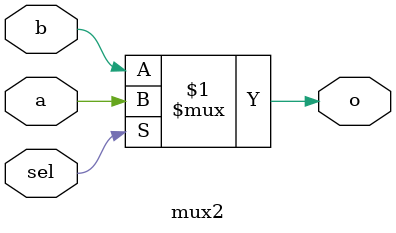
<source format=v>

module mux2(sel,a,b,o);

	input sel,a,b;
	output o;
	
	assign o = sel ? a : b;
	
endmodule
</source>
